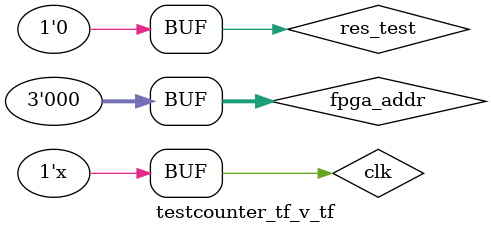
<source format=v>

`timescale 1ns/1ns
module testcounter_tf_v_tf();

// DATE:     08:58:41 03/08/2011 
// MODULE:   testcounter
// DESIGN:   testcounter
// FILENAME: tf.v
// PROJECT:  32V7
// VERSION:  


// Inputs
    reg clk;
    reg res_test;
    reg [2:0] fpga_addr;


// Outputs
    wire teststart;
    wire teststop;


// Bidirs


// Instantiate the UUT
    testcounter uut (
        .clk(clk), 
        .res_test(res_test), 
        .fpga_addr(fpga_addr), 
        .teststart(teststart), 
        .teststop(teststop)
        );


// Initialize Inputs
        initial begin
            clk = 0;
            res_test = 0;
            fpga_addr = 0;
				#200 res_test = 1;
				#40 res_test = 0;
				#200000 res_test = 1;
				#40 res_test = 0;
        end

always
#20 clk = ~clk;

endmodule


</source>
